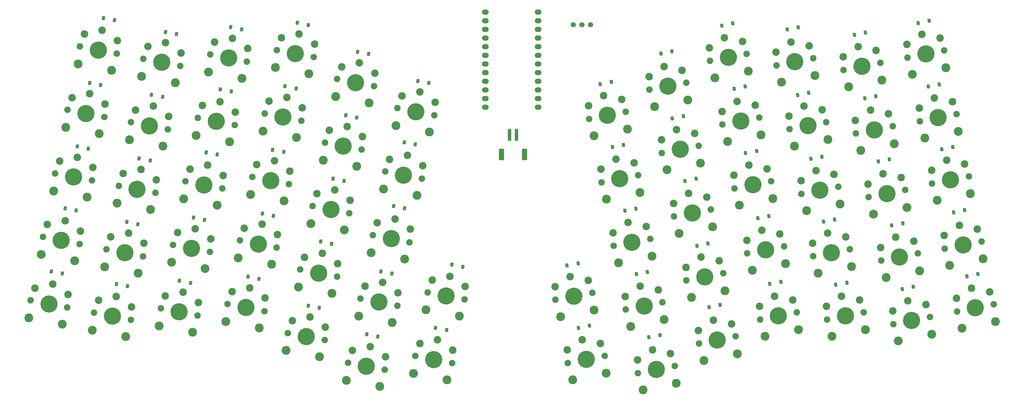
<source format=gbr>
%TF.GenerationSoftware,KiCad,Pcbnew,7.0.1-0*%
%TF.CreationDate,2024-04-27T23:40:22-07:00*%
%TF.ProjectId,swing-atreus,7377696e-672d-4617-9472-6575732e6b69,rev?*%
%TF.SameCoordinates,Original*%
%TF.FileFunction,Soldermask,Top*%
%TF.FilePolarity,Negative*%
%FSLAX46Y46*%
G04 Gerber Fmt 4.6, Leading zero omitted, Abs format (unit mm)*
G04 Created by KiCad (PCBNEW 7.0.1-0) date 2024-04-27 23:40:22*
%MOMM*%
%LPD*%
G01*
G04 APERTURE LIST*
G04 Aperture macros list*
%AMRoundRect*
0 Rectangle with rounded corners*
0 $1 Rounding radius*
0 $2 $3 $4 $5 $6 $7 $8 $9 X,Y pos of 4 corners*
0 Add a 4 corners polygon primitive as box body*
4,1,4,$2,$3,$4,$5,$6,$7,$8,$9,$2,$3,0*
0 Add four circle primitives for the rounded corners*
1,1,$1+$1,$2,$3*
1,1,$1+$1,$4,$5*
1,1,$1+$1,$6,$7*
1,1,$1+$1,$8,$9*
0 Add four rect primitives between the rounded corners*
20,1,$1+$1,$2,$3,$4,$5,0*
20,1,$1+$1,$4,$5,$6,$7,0*
20,1,$1+$1,$6,$7,$8,$9,0*
20,1,$1+$1,$8,$9,$2,$3,0*%
G04 Aperture macros list end*
%ADD10C,2.200000*%
%ADD11C,1.900000*%
%ADD12C,2.600000*%
%ADD13C,5.050000*%
%ADD14RoundRect,0.225000X0.149313X0.411042X-0.292419X0.325178X-0.149313X-0.411042X0.292419X-0.325178X0*%
%ADD15RoundRect,0.225000X0.292419X0.325178X-0.149313X0.411042X-0.292419X-0.325178X0.149313X-0.411042X0*%
%ADD16C,1.524000*%
%ADD17O,2.000000X1.500000*%
%ADD18RoundRect,0.250000X-0.250000X-1.500000X0.250000X-1.500000X0.250000X1.500000X-0.250000X1.500000X0*%
%ADD19RoundRect,0.250001X-0.499999X-1.449999X0.499999X-1.449999X0.499999X1.449999X-0.499999X1.449999X0*%
G04 APERTURE END LIST*
D10*
%TO.C,SW54*%
X315496195Y-72062533D03*
X320805030Y-73169905D03*
X311086921Y-75058914D03*
D11*
X322020918Y-76804684D03*
D12*
X322503230Y-81906387D03*
D13*
X316621968Y-77854133D03*
D12*
X312696498Y-83863558D03*
D11*
X311223018Y-78903582D03*
%TD*%
D14*
%TO.C,D39*%
X260935630Y-93104670D03*
X264175000Y-92475000D03*
%TD*%
%TO.C,D41*%
X268160630Y-130554670D03*
X271400000Y-129925000D03*
%TD*%
%TO.C,D42*%
X271760630Y-148579670D03*
X275000000Y-147950000D03*
%TD*%
%TO.C,D43*%
X275485630Y-65854670D03*
X278725000Y-65225000D03*
%TD*%
%TO.C,D44*%
X279110630Y-84379670D03*
X282350000Y-83750000D03*
%TD*%
%TO.C,D45*%
X282460630Y-103304670D03*
X285700000Y-102675000D03*
%TD*%
%TO.C,D46*%
X286060630Y-122454670D03*
X289300000Y-121825000D03*
%TD*%
%TO.C,D47*%
X289560630Y-141754670D03*
X292800000Y-141125000D03*
%TD*%
%TO.C,D48*%
X294660630Y-66979670D03*
X297900000Y-66350000D03*
%TD*%
%TO.C,D33*%
X239785630Y-83029670D03*
X243025000Y-82400000D03*
%TD*%
%TO.C,D50*%
X301610630Y-105029670D03*
X304850000Y-104400000D03*
%TD*%
%TO.C,D34*%
X243385630Y-101554670D03*
X246625000Y-100925000D03*
%TD*%
%TO.C,D35*%
X247010630Y-120229670D03*
X250250000Y-119600000D03*
%TD*%
%TO.C,D36*%
X250375000Y-138875000D03*
X253614370Y-138245330D03*
%TD*%
%TO.C,D38*%
X257585630Y-74054670D03*
X260825000Y-73425000D03*
%TD*%
%TO.C,D40*%
X264660630Y-111504670D03*
X267900000Y-110875000D03*
%TD*%
%TO.C,D37*%
X254085630Y-157429670D03*
X257325000Y-156800000D03*
%TD*%
%TO.C,D49*%
X297760630Y-86254670D03*
X301000000Y-85625000D03*
%TD*%
%TO.C,D51*%
X305360630Y-123454670D03*
X308600000Y-122825000D03*
%TD*%
%TO.C,D52*%
X308960630Y-142004670D03*
X312200000Y-141375000D03*
%TD*%
%TO.C,D54*%
X317435630Y-87254670D03*
X320675000Y-86625000D03*
%TD*%
%TO.C,D55*%
X321410630Y-105779670D03*
X324650000Y-105150000D03*
%TD*%
%TO.C,D56*%
X325385630Y-124579670D03*
X328625000Y-123950000D03*
%TD*%
%TO.C,D53*%
X314435630Y-68579670D03*
X317675000Y-67950000D03*
%TD*%
%TO.C,D57*%
X328485630Y-143229670D03*
X331725000Y-142600000D03*
%TD*%
%TO.C,D58*%
X333110630Y-65104670D03*
X336350000Y-64475000D03*
%TD*%
%TO.C,D59*%
X336085630Y-83754670D03*
X339325000Y-83125000D03*
%TD*%
%TO.C,D60*%
X340060630Y-102179670D03*
X343300000Y-101550000D03*
%TD*%
%TO.C,D62*%
X347410630Y-139504670D03*
X350650000Y-138875000D03*
%TD*%
%TO.C,D63*%
X230030315Y-136339835D03*
X233269685Y-135710165D03*
%TD*%
%TO.C,D64*%
X233385630Y-154654670D03*
X236625000Y-154025000D03*
%TD*%
%TO.C,D61*%
X343560630Y-120729670D03*
X346800000Y-120100000D03*
%TD*%
D10*
%TO.C,SW2*%
X240765745Y-86435853D03*
X246074580Y-87543225D03*
X236356471Y-89432234D03*
D11*
X247290468Y-91178004D03*
D12*
X247772780Y-96279707D03*
D13*
X241891518Y-92227453D03*
D12*
X237966048Y-98236878D03*
D11*
X236492568Y-93276902D03*
%TD*%
D10*
%TO.C,SW35*%
X244415657Y-105081999D03*
X249724492Y-106189371D03*
X240006383Y-108078380D03*
D11*
X250940380Y-109824150D03*
D12*
X251422692Y-114925853D03*
D13*
X245541430Y-110873599D03*
D12*
X241615960Y-116883024D03*
D11*
X240142480Y-111923048D03*
%TD*%
D10*
%TO.C,SW36*%
X247967405Y-123747227D03*
X253276240Y-124854599D03*
X243558131Y-126743608D03*
D11*
X254492128Y-128489378D03*
D12*
X254974440Y-133591081D03*
D13*
X249093178Y-129538827D03*
D12*
X245167708Y-135548252D03*
D11*
X243694228Y-130588276D03*
%TD*%
D10*
%TO.C,SW37*%
X251548465Y-142432224D03*
X256857300Y-143539596D03*
X247139191Y-145428605D03*
D11*
X258073188Y-147174375D03*
D12*
X258555500Y-152276078D03*
D13*
X252674238Y-148223824D03*
D12*
X248748768Y-154233249D03*
D11*
X247275288Y-149273273D03*
%TD*%
%TO.C,SW39*%
X254233751Y-84709314D03*
D12*
X255707231Y-89669290D03*
D13*
X259632701Y-83659865D03*
D12*
X265513963Y-87712119D03*
D11*
X265031651Y-82610416D03*
D10*
X254097654Y-80864646D03*
X263815763Y-78975637D03*
X258506928Y-77868265D03*
%TD*%
D11*
%TO.C,SW40*%
X257893892Y-103277068D03*
D12*
X259367372Y-108237044D03*
D13*
X263292842Y-102227619D03*
D12*
X269174104Y-106279873D03*
D11*
X268691792Y-101178170D03*
D10*
X257757795Y-99432400D03*
X267475904Y-97543391D03*
X262167069Y-96436019D03*
%TD*%
D11*
%TO.C,SW41*%
X261450411Y-121966836D03*
D12*
X262923891Y-126926812D03*
D13*
X266849361Y-120917387D03*
D12*
X272730623Y-124969641D03*
D11*
X272248311Y-119867938D03*
D10*
X261314314Y-118122168D03*
X271032423Y-116233159D03*
X265723588Y-115125787D03*
%TD*%
%TO.C,SW38*%
X255129525Y-161117222D03*
X260438360Y-162224594D03*
X250720251Y-164113603D03*
D11*
X261654248Y-165859373D03*
D12*
X262136560Y-170961076D03*
D13*
X256255298Y-166908822D03*
D12*
X252329828Y-172918247D03*
D11*
X250856348Y-167958271D03*
%TD*%
%TO.C,SW42*%
X265099633Y-140740456D03*
D12*
X266573113Y-145700432D03*
D13*
X270498583Y-139691007D03*
D12*
X276379845Y-143743261D03*
D11*
X275897533Y-138641558D03*
D10*
X264963536Y-136895788D03*
X274681645Y-135006779D03*
X269372810Y-133899407D03*
%TD*%
D11*
%TO.C,SW43*%
X268755005Y-159283669D03*
D12*
X270228485Y-164243645D03*
D13*
X274153955Y-158234220D03*
D12*
X280035217Y-162286474D03*
D11*
X279552905Y-157184771D03*
D10*
X268618908Y-155439001D03*
X278337017Y-153549992D03*
X273028182Y-152442620D03*
%TD*%
%TO.C,SW44*%
X276267191Y-69398840D03*
X281576026Y-70506212D03*
X271857917Y-72395221D03*
D11*
X282791914Y-74140991D03*
D12*
X283274226Y-79242694D03*
D13*
X277392964Y-75190440D03*
D12*
X273467494Y-81199865D03*
D11*
X271994014Y-76239889D03*
%TD*%
D10*
%TO.C,SW45*%
X279955954Y-88113838D03*
X285264789Y-89221210D03*
X275546680Y-91110219D03*
D11*
X286480677Y-92855989D03*
D12*
X286962989Y-97957692D03*
D13*
X281081727Y-93905438D03*
D12*
X277156257Y-99914863D03*
D11*
X275682777Y-94954887D03*
%TD*%
D10*
%TO.C,SW47*%
X287208708Y-125950106D03*
X292517543Y-127057478D03*
X282799434Y-128946487D03*
D11*
X293733431Y-130692257D03*
D12*
X294215743Y-135793960D03*
D13*
X288334481Y-131741706D03*
D12*
X284409011Y-137751131D03*
D11*
X282935531Y-132791155D03*
%TD*%
%TO.C,SW48*%
X286708779Y-152202833D03*
D12*
X288182259Y-157162809D03*
D13*
X292107729Y-151153384D03*
D12*
X297988991Y-155205638D03*
D11*
X297506679Y-150103935D03*
D10*
X286572682Y-148358165D03*
X296290791Y-146469156D03*
X290981956Y-145361784D03*
%TD*%
%TO.C,SW49*%
X295798531Y-70695916D03*
X301107366Y-71803288D03*
X291389257Y-73692297D03*
D11*
X302323254Y-75438067D03*
D12*
X302805566Y-80539770D03*
D13*
X296924304Y-76487516D03*
D12*
X292998834Y-82496941D03*
D11*
X291525354Y-77536965D03*
%TD*%
D10*
%TO.C,SW46*%
X283468162Y-106837687D03*
X288776997Y-107945059D03*
X279058888Y-109834068D03*
D11*
X289992885Y-111579838D03*
D12*
X290475197Y-116681541D03*
D13*
X284593935Y-112629287D03*
D12*
X280668465Y-118638712D03*
D11*
X279194985Y-113678736D03*
%TD*%
D10*
%TO.C,SW50*%
X299624308Y-89460685D03*
X304933143Y-90568057D03*
X295215034Y-92457066D03*
D11*
X306149031Y-94202836D03*
D12*
X306631343Y-99304539D03*
D13*
X300750081Y-95252285D03*
D12*
X296824611Y-101261710D03*
D11*
X295351131Y-96301734D03*
%TD*%
D10*
%TO.C,SW51*%
X303139907Y-108464022D03*
X308448742Y-109571394D03*
X298730633Y-111460403D03*
D11*
X309664630Y-113206173D03*
D12*
X310146942Y-118307876D03*
D13*
X304265680Y-114255622D03*
D12*
X300340210Y-120265047D03*
D11*
X298866730Y-115305071D03*
%TD*%
D10*
%TO.C,SW52*%
X306551250Y-126799990D03*
X311860085Y-127907362D03*
X302141976Y-129796371D03*
D11*
X313075973Y-131542141D03*
D12*
X313558285Y-136643844D03*
D13*
X307677023Y-132591590D03*
D12*
X303751553Y-138601015D03*
D11*
X302278073Y-133641039D03*
%TD*%
D10*
%TO.C,SW53*%
X310642894Y-145360272D03*
X315951729Y-146467644D03*
X306233620Y-148356653D03*
D11*
X317167617Y-150102423D03*
D12*
X317649929Y-155204126D03*
D13*
X311768667Y-151151872D03*
D12*
X307843197Y-157161297D03*
D11*
X306369717Y-152201321D03*
%TD*%
D10*
%TO.C,SW55*%
X319121566Y-90713449D03*
X324430401Y-91820821D03*
X314712292Y-93709830D03*
D11*
X325646289Y-95455600D03*
D12*
X326128601Y-100557303D03*
D13*
X320247339Y-96505049D03*
D12*
X316321869Y-102514474D03*
D11*
X314848389Y-97554498D03*
%TD*%
D10*
%TO.C,SW56*%
X322834870Y-109423677D03*
X328143705Y-110531049D03*
X318425596Y-112420058D03*
D11*
X329359593Y-114165828D03*
D12*
X329841905Y-119267531D03*
D13*
X323960643Y-115215277D03*
D12*
X320035173Y-121224702D03*
D11*
X318561693Y-116264726D03*
%TD*%
D10*
%TO.C,SW57*%
X326533862Y-128060283D03*
X331842697Y-129167655D03*
X322124588Y-131056664D03*
D11*
X333058585Y-132802434D03*
D12*
X333540897Y-137904137D03*
D13*
X327659635Y-133851883D03*
D12*
X323734165Y-139861308D03*
D11*
X322260685Y-134901332D03*
%TD*%
D10*
%TO.C,SW58*%
X330085611Y-146725510D03*
X335394446Y-147832882D03*
X325676337Y-149721891D03*
D11*
X336610334Y-151467661D03*
D12*
X337092646Y-156569364D03*
D13*
X331211384Y-152517110D03*
D12*
X327285914Y-158526535D03*
D11*
X325812434Y-153566559D03*
%TD*%
D10*
%TO.C,SW59*%
X334269815Y-68413311D03*
X339578650Y-69520683D03*
X329860541Y-71409692D03*
D11*
X340794538Y-73155462D03*
D12*
X341276850Y-78257165D03*
D13*
X335395588Y-74204911D03*
D12*
X331470118Y-80214336D03*
D11*
X329996638Y-75254360D03*
%TD*%
D10*
%TO.C,SW60*%
X337880186Y-87118079D03*
X343189021Y-88225451D03*
X333470912Y-90114460D03*
D11*
X344404909Y-91860230D03*
D12*
X344887221Y-96961933D03*
D13*
X339005959Y-92909679D03*
D12*
X335080489Y-98919104D03*
D11*
X333607009Y-93959128D03*
%TD*%
D10*
%TO.C,SW61*%
X341487855Y-105415885D03*
X346796690Y-106523257D03*
X337078581Y-108412266D03*
D11*
X348012578Y-110158036D03*
D12*
X348494890Y-115259739D03*
D13*
X342613628Y-111207485D03*
D12*
X338688158Y-117216910D03*
D11*
X337214678Y-112256934D03*
%TD*%
D10*
%TO.C,SW63*%
X348795839Y-143012206D03*
X354104674Y-144119578D03*
X344386565Y-146008587D03*
D11*
X355320562Y-147754357D03*
D12*
X355802874Y-152856060D03*
D13*
X349921612Y-148803806D03*
D12*
X345996142Y-154813231D03*
D11*
X344522662Y-149853255D03*
%TD*%
D10*
%TO.C,SW64*%
X230927219Y-139589719D03*
X236236054Y-140697091D03*
X226517945Y-142586100D03*
D11*
X237451942Y-144331870D03*
D12*
X237934254Y-149433573D03*
D13*
X232052992Y-145381319D03*
D12*
X228127522Y-151390744D03*
D11*
X226654042Y-146430768D03*
%TD*%
D10*
%TO.C,SW65*%
X234538279Y-158167013D03*
X239847114Y-159274385D03*
X230129005Y-161163394D03*
D11*
X241063002Y-162909164D03*
D12*
X241545314Y-168010867D03*
D13*
X235664052Y-163958613D03*
D12*
X231738582Y-169968038D03*
D11*
X230265102Y-165008062D03*
%TD*%
D10*
%TO.C,SW62*%
X345203860Y-124533075D03*
X350512695Y-125640447D03*
X340794586Y-127529456D03*
D11*
X351728583Y-129275226D03*
D12*
X352210895Y-134376929D03*
D13*
X346329633Y-130324675D03*
D12*
X342404163Y-136334100D03*
D11*
X340930683Y-131374124D03*
%TD*%
D15*
%TO.C,D1*%
X97165234Y-64279470D03*
X93925864Y-63649800D03*
%TD*%
%TO.C,D2*%
X93100889Y-83354417D03*
X89861519Y-82724747D03*
%TD*%
%TO.C,D3*%
X89475518Y-102005333D03*
X86236148Y-101375663D03*
%TD*%
%TO.C,D4*%
X85945551Y-120165436D03*
X82706181Y-119535766D03*
%TD*%
%TO.C,D5*%
X81829367Y-138720948D03*
X78589997Y-138091278D03*
%TD*%
%TO.C,D6*%
X115377176Y-68328871D03*
X112137806Y-67699201D03*
%TD*%
%TO.C,D7*%
X111280072Y-86786220D03*
X108040702Y-86156550D03*
%TD*%
%TO.C,D8*%
X107635621Y-105535300D03*
X104396251Y-104905630D03*
%TD*%
%TO.C,D9*%
X104010250Y-124186216D03*
X100770880Y-123556546D03*
%TD*%
%TO.C,D10*%
X100971097Y-142441724D03*
X97731727Y-141812054D03*
%TD*%
%TO.C,D11*%
X134491324Y-66950702D03*
X131251954Y-66321032D03*
%TD*%
%TO.C,D12*%
X131452171Y-85206209D03*
X128212801Y-84576539D03*
%TD*%
%TO.C,D13*%
X127335987Y-103761721D03*
X124096617Y-103132051D03*
%TD*%
%TO.C,D14*%
X123615211Y-122903451D03*
X120375841Y-122273781D03*
%TD*%
%TO.C,D15*%
X119499027Y-141458963D03*
X116259657Y-140829293D03*
%TD*%
%TO.C,D16*%
X154096285Y-65667937D03*
X150856915Y-65038267D03*
%TD*%
%TO.C,D17*%
X150470914Y-84318853D03*
X147231544Y-83689183D03*
%TD*%
%TO.C,D18*%
X146845544Y-102969770D03*
X143606174Y-102340100D03*
%TD*%
%TO.C,D19*%
X143858230Y-121744712D03*
X140618860Y-121115042D03*
%TD*%
%TO.C,D20*%
X139594802Y-140271603D03*
X136355432Y-139641933D03*
%TD*%
%TO.C,D21*%
X171793157Y-74201443D03*
X168553787Y-73571773D03*
%TD*%
%TO.C,D22*%
X168315030Y-92880981D03*
X165075660Y-92251311D03*
%TD*%
%TO.C,D23*%
X164542415Y-111503276D03*
X161303045Y-110873606D03*
%TD*%
%TO.C,D24*%
X160955206Y-129957868D03*
X157715836Y-129328198D03*
%TD*%
%TO.C,D25*%
X157291673Y-148805109D03*
X154052303Y-148175439D03*
%TD*%
%TO.C,D26*%
X189490028Y-82734950D03*
X186250658Y-82105280D03*
%TD*%
%TO.C,D27*%
X185469248Y-100799649D03*
X182229878Y-100169979D03*
%TD*%
%TO.C,D28*%
X182334691Y-119545970D03*
X179095321Y-118916300D03*
%TD*%
%TO.C,D29*%
X178613916Y-138687700D03*
X175374546Y-138058030D03*
%TD*%
%TO.C,D30*%
X174507272Y-157194130D03*
X171267902Y-156564460D03*
%TD*%
%TO.C,D31*%
X199450625Y-136702049D03*
X196211255Y-136072379D03*
%TD*%
%TO.C,D32*%
X194667761Y-155280780D03*
X191428391Y-154651110D03*
%TD*%
D16*
%TO.C,SW1*%
X236915000Y-65602500D03*
X234375000Y-65602500D03*
X231835000Y-65602500D03*
%TD*%
D11*
%TO.C,SW3*%
X87008716Y-71983052D03*
D12*
X86516864Y-77133836D03*
D13*
X92407666Y-73032501D03*
D12*
X96342676Y-78992845D03*
D11*
X97806616Y-74081950D03*
D10*
X88322767Y-68367354D03*
X98040876Y-70256363D03*
X93533439Y-67240901D03*
%TD*%
D11*
%TO.C,SW4*%
X83383345Y-90633968D03*
D12*
X82891493Y-95784752D03*
D13*
X88782295Y-91683417D03*
D12*
X92717305Y-97643761D03*
D11*
X94181245Y-92732866D03*
D10*
X84697396Y-87018270D03*
X94415505Y-88907279D03*
X89908068Y-85891817D03*
%TD*%
D11*
%TO.C,SW5*%
X79757975Y-109284885D03*
D12*
X79266123Y-114435669D03*
D13*
X85156925Y-110334334D03*
D12*
X89091935Y-116294678D03*
D11*
X90555875Y-111383783D03*
D10*
X81072026Y-105669187D03*
X90790135Y-107558196D03*
X86282698Y-104542734D03*
%TD*%
D11*
%TO.C,SW6*%
X76132604Y-127935801D03*
D12*
X75640752Y-133086585D03*
D13*
X81531554Y-128985250D03*
D12*
X85466564Y-134945594D03*
D11*
X86930504Y-130034699D03*
D10*
X77446655Y-124320103D03*
X87164764Y-126209112D03*
X82657327Y-123193650D03*
%TD*%
D11*
%TO.C,SW7*%
X72507233Y-146586718D03*
D12*
X72015381Y-151737502D03*
D13*
X77906183Y-147636167D03*
D12*
X81841193Y-153596511D03*
D11*
X83305133Y-148685616D03*
D10*
X73821284Y-142971020D03*
X83539393Y-144860029D03*
X79031956Y-141844567D03*
%TD*%
D11*
%TO.C,SW8*%
X105659633Y-75608423D03*
D12*
X105167781Y-80759207D03*
D13*
X111058583Y-76657872D03*
D12*
X114993593Y-82618216D03*
D11*
X116457533Y-77707321D03*
D10*
X106973684Y-71992725D03*
X116691793Y-73881734D03*
X112184356Y-70866272D03*
%TD*%
D11*
%TO.C,SW9*%
X102034262Y-94259339D03*
D12*
X101542410Y-99410123D03*
D13*
X107433212Y-95308788D03*
D12*
X111368222Y-101269132D03*
D11*
X112832162Y-96358237D03*
D10*
X103348313Y-90643641D03*
X113066422Y-92532650D03*
X108558985Y-89517188D03*
%TD*%
D11*
%TO.C,SW10*%
X98408891Y-112910256D03*
D12*
X97917039Y-118061040D03*
D13*
X103807841Y-113959705D03*
D12*
X107742851Y-119920049D03*
D11*
X109206791Y-115009154D03*
D10*
X99722942Y-109294558D03*
X109441051Y-111183567D03*
X104933614Y-108168105D03*
%TD*%
D11*
%TO.C,SW11*%
X94783520Y-131561172D03*
D12*
X94291668Y-136711956D03*
D13*
X100182470Y-132610621D03*
D12*
X104117480Y-138570965D03*
D11*
X105581420Y-133660070D03*
D10*
X96097571Y-127945474D03*
X105815680Y-129834483D03*
X101308243Y-126819021D03*
%TD*%
D11*
%TO.C,SW12*%
X91158149Y-150212089D03*
D12*
X90666297Y-155362873D03*
D13*
X96557099Y-151261538D03*
D12*
X100492109Y-157221882D03*
D11*
X101956049Y-152310987D03*
D10*
X92472200Y-146596391D03*
X102190309Y-148485400D03*
X97682872Y-145469938D03*
%TD*%
D11*
%TO.C,SW13*%
X125264594Y-74325658D03*
D12*
X124772742Y-79476442D03*
D13*
X130663544Y-75375107D03*
D12*
X134598554Y-81335451D03*
D11*
X136062494Y-76424556D03*
D10*
X126578645Y-70709960D03*
X136296754Y-72598969D03*
X131789317Y-69583507D03*
%TD*%
D11*
%TO.C,SW14*%
X121639223Y-92976574D03*
D12*
X121147371Y-98127358D03*
D13*
X127038173Y-94026023D03*
D12*
X130973183Y-99986367D03*
D11*
X132437123Y-95075472D03*
D10*
X122953274Y-89360876D03*
X132671383Y-91249885D03*
X128163946Y-88234423D03*
%TD*%
D11*
%TO.C,SW15*%
X118013853Y-111627491D03*
D12*
X117522001Y-116778275D03*
D13*
X123412803Y-112676940D03*
D12*
X127347813Y-118637284D03*
D11*
X128811753Y-113726389D03*
D10*
X119327904Y-108011793D03*
X129046013Y-109900802D03*
X124538576Y-106885340D03*
%TD*%
D11*
%TO.C,SW16*%
X114388482Y-130278407D03*
D12*
X113896630Y-135429191D03*
D13*
X119787432Y-131327856D03*
D12*
X123722442Y-137288200D03*
D11*
X125186382Y-132377305D03*
D10*
X115702533Y-126662709D03*
X125420642Y-128551718D03*
X120913205Y-125536256D03*
%TD*%
D11*
%TO.C,SW17*%
X110763111Y-148929324D03*
D12*
X110271259Y-154080108D03*
D13*
X116162061Y-149978773D03*
D12*
X120097071Y-155939117D03*
D11*
X121561011Y-151028222D03*
D10*
X112077162Y-145313626D03*
X121795271Y-147202635D03*
X117287834Y-144187173D03*
%TD*%
D11*
%TO.C,SW18*%
X144869556Y-73042893D03*
D12*
X144377704Y-78193677D03*
D13*
X150268506Y-74092342D03*
D12*
X154203516Y-80052686D03*
D11*
X155667456Y-75141791D03*
D10*
X146183607Y-69427195D03*
X155901716Y-71316204D03*
X151394279Y-68300742D03*
%TD*%
D11*
%TO.C,SW19*%
X141244185Y-91693809D03*
D12*
X140752333Y-96844593D03*
D13*
X146643135Y-92743258D03*
D12*
X150578145Y-98703602D03*
D11*
X152042085Y-93792707D03*
D10*
X142558236Y-88078111D03*
X152276345Y-89967120D03*
X147768908Y-86951658D03*
%TD*%
D11*
%TO.C,SW20*%
X137618814Y-110344726D03*
D12*
X137126962Y-115495510D03*
D13*
X143017764Y-111394175D03*
D12*
X146952774Y-117354519D03*
D11*
X148416714Y-112443624D03*
D10*
X138932865Y-106729028D03*
X148650974Y-108618037D03*
X144143537Y-105602575D03*
%TD*%
D11*
%TO.C,SW21*%
X133993443Y-128995642D03*
D12*
X133501591Y-134146426D03*
D13*
X139392393Y-130045091D03*
D12*
X143327403Y-136005435D03*
D11*
X144791343Y-131094540D03*
D10*
X135307494Y-125379944D03*
X145025603Y-127268953D03*
X140518166Y-124253491D03*
%TD*%
D11*
%TO.C,SW22*%
X130368072Y-147646559D03*
D12*
X129876220Y-152797343D03*
D13*
X135767022Y-148696008D03*
D12*
X139702032Y-154656352D03*
D11*
X141165972Y-149745457D03*
D10*
X131682123Y-144030861D03*
X141400232Y-145919870D03*
X136892795Y-142904408D03*
%TD*%
D11*
%TO.C,SW23*%
X162566427Y-81576400D03*
D12*
X162074575Y-86727184D03*
D13*
X167965377Y-82625849D03*
D12*
X171900387Y-88586193D03*
D11*
X173364327Y-83675298D03*
D10*
X163880478Y-77960702D03*
X173598587Y-79849711D03*
X169091150Y-76834249D03*
%TD*%
D11*
%TO.C,SW24*%
X158941056Y-100227316D03*
D12*
X158449204Y-105378100D03*
D13*
X164340006Y-101276765D03*
D12*
X168275016Y-107237109D03*
D11*
X169738956Y-102326214D03*
D10*
X160255107Y-96611618D03*
X169973216Y-98500627D03*
X165465779Y-95485165D03*
%TD*%
D11*
%TO.C,SW25*%
X155315685Y-118878233D03*
D12*
X154823833Y-124029017D03*
D13*
X160714635Y-119927682D03*
D12*
X164649645Y-125888026D03*
D11*
X166113585Y-120977131D03*
D10*
X156629736Y-115262535D03*
X166347845Y-117151544D03*
X161840408Y-114136082D03*
%TD*%
D11*
%TO.C,SW26*%
X151690315Y-137529149D03*
D12*
X151198463Y-142679933D03*
D13*
X157089265Y-138578598D03*
D12*
X161024275Y-144538942D03*
D11*
X162488215Y-139628047D03*
D10*
X153004366Y-133913451D03*
X162722475Y-135802460D03*
X158215038Y-132786998D03*
%TD*%
D11*
%TO.C,SW27*%
X148064944Y-156180066D03*
D12*
X147573092Y-161330850D03*
D13*
X153463894Y-157229515D03*
D12*
X157398904Y-163189859D03*
D11*
X158862844Y-158278964D03*
D10*
X149378995Y-152564368D03*
X159097104Y-154453377D03*
X154589667Y-151437915D03*
%TD*%
D11*
%TO.C,SW28*%
X180263299Y-90109906D03*
D12*
X179771447Y-95260690D03*
D13*
X185662249Y-91159355D03*
D12*
X189597259Y-97119699D03*
D11*
X191061199Y-92208804D03*
D10*
X181577350Y-86494208D03*
X191295459Y-88383217D03*
X186788022Y-85367755D03*
%TD*%
D11*
%TO.C,SW29*%
X176637928Y-108760823D03*
D12*
X176146076Y-113911607D03*
D13*
X182036878Y-109810272D03*
D12*
X185971888Y-115770616D03*
D11*
X187435828Y-110859721D03*
D10*
X177951979Y-105145125D03*
X187670088Y-107034134D03*
X183162651Y-104018672D03*
%TD*%
D11*
%TO.C,SW30*%
X173012557Y-127411739D03*
D12*
X172520705Y-132562523D03*
D13*
X178411507Y-128461188D03*
D12*
X182346517Y-134421532D03*
D11*
X183810457Y-129510637D03*
D10*
X174326608Y-123796041D03*
X184044717Y-125685050D03*
X179537280Y-122669588D03*
%TD*%
D11*
%TO.C,SW31*%
X169387186Y-146062656D03*
D12*
X168895334Y-151213440D03*
D13*
X174786136Y-147112105D03*
D12*
X178721146Y-153072449D03*
D11*
X180185086Y-148161554D03*
D10*
X170701237Y-142446958D03*
X180419346Y-144335967D03*
X175911909Y-141320505D03*
%TD*%
D11*
%TO.C,SW32*%
X165723654Y-164909898D03*
D12*
X165231802Y-170060682D03*
D13*
X171122604Y-165959347D03*
D12*
X175057614Y-171919691D03*
D11*
X176521554Y-167008796D03*
D10*
X167037705Y-161294200D03*
X176755814Y-163183209D03*
X172248377Y-160167747D03*
%TD*%
D11*
%TO.C,SW33*%
X189121633Y-144244766D03*
D12*
X188629781Y-149395550D03*
D13*
X194520583Y-145294215D03*
D12*
X198455593Y-151254559D03*
D11*
X199919533Y-146343664D03*
D10*
X190435684Y-140629068D03*
X200153793Y-142518077D03*
X195646356Y-139502615D03*
%TD*%
D11*
%TO.C,SW34*%
X185491492Y-162920223D03*
D12*
X184999640Y-168071007D03*
D13*
X190890442Y-163969672D03*
D12*
X194825452Y-169930016D03*
D11*
X196289392Y-165019121D03*
D10*
X186805543Y-159304525D03*
X196523652Y-161193534D03*
X192016215Y-158178072D03*
%TD*%
D17*
%TO.C,U1*%
X221575000Y-61920000D03*
X221575000Y-64460000D03*
X221575000Y-67000000D03*
X221575000Y-69540000D03*
X221575000Y-72080000D03*
X221575000Y-74620000D03*
X221575000Y-77160000D03*
X221575000Y-79700000D03*
X221575000Y-82240000D03*
X221575000Y-84780000D03*
X221575000Y-87320000D03*
X221575000Y-89860000D03*
X206075000Y-89860000D03*
X206075000Y-87320000D03*
X206075000Y-84780000D03*
X206075000Y-82240000D03*
X206075000Y-79700000D03*
X206075000Y-77160000D03*
X206075000Y-74620000D03*
X206075000Y-72080000D03*
X206075000Y-69540000D03*
X206075000Y-67000000D03*
X206075000Y-64460000D03*
X206075000Y-61920000D03*
%TD*%
D18*
%TO.C,J1*%
X213175000Y-97975000D03*
X215175000Y-97975000D03*
D19*
X210825000Y-103725000D03*
X217525000Y-103725000D03*
%TD*%
M02*

</source>
